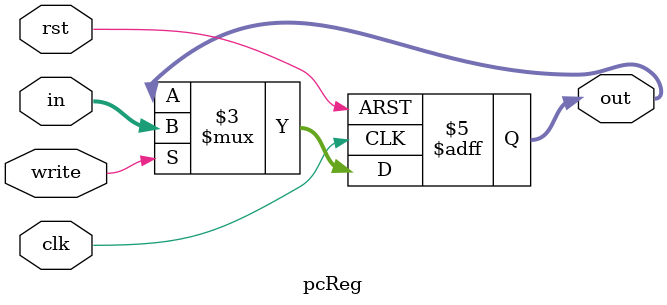
<source format=sv>
`timescale 1ns/1ns

module pcReg(input[4:0] in, input write, clk, rst, output reg[4:0] out);
    always @(posedge clk, posedge rst) begin
        if (rst)
            out <= 0;
        else if (write)
            out <= in;
        else
            out <= out;
    end
endmodule

</source>
